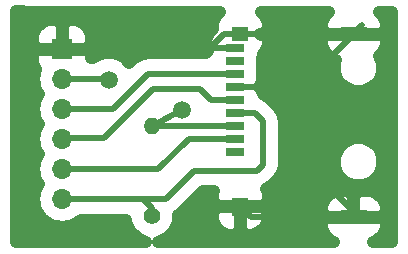
<source format=gbr>
G04 #@! TF.FileFunction,Copper,L2,Bot,Signal*
%FSLAX46Y46*%
G04 Gerber Fmt 4.6, Leading zero omitted, Abs format (unit mm)*
G04 Created by KiCad (PCBNEW 4.0.7) date Thu Feb 22 23:31:33 2018*
%MOMM*%
%LPD*%
G01*
G04 APERTURE LIST*
%ADD10C,0.020000*%
%ADD11R,1.700000X1.700000*%
%ADD12O,1.700000X1.700000*%
%ADD13R,2.200000X1.200000*%
%ADD14R,1.400000X1.600000*%
%ADD15R,1.400000X1.200000*%
%ADD16R,1.600000X0.700000*%
%ADD17C,1.400000*%
%ADD18O,1.400000X1.400000*%
%ADD19C,1.500000*%
%ADD20C,0.500000*%
%ADD21C,1.000000*%
G04 APERTURE END LIST*
D10*
D11*
X84010500Y-66484500D03*
D12*
X84010500Y-69024500D03*
X84010500Y-71564500D03*
X84010500Y-74104500D03*
X84010500Y-76644500D03*
X84010500Y-79184500D03*
D13*
X108693000Y-80711500D03*
X108693000Y-65211500D03*
D14*
X99093000Y-79811500D03*
D15*
X99093000Y-65211500D03*
D16*
X98593000Y-66361500D03*
X98593000Y-68561500D03*
X98593000Y-67461500D03*
X98593000Y-69661500D03*
X98593000Y-70761500D03*
X98593000Y-71861500D03*
X98593000Y-75161500D03*
X98593000Y-74061500D03*
X98593000Y-72961500D03*
D17*
X91630500Y-80645000D03*
D18*
X91630500Y-73025000D03*
D19*
X87947500Y-69088000D03*
X94107000Y-71628000D03*
D20*
X98593000Y-69661500D02*
X106487500Y-69661500D01*
X106487500Y-69661500D02*
X106553000Y-69596000D01*
X108693000Y-80711500D02*
X108693000Y-80308500D01*
X108693000Y-80308500D02*
X106553000Y-78168500D01*
X106553000Y-67351500D02*
X108693000Y-65211500D01*
X106553000Y-78168500D02*
X106553000Y-69596000D01*
X106553000Y-69596000D02*
X106553000Y-67351500D01*
X108693000Y-80711500D02*
X99993000Y-80711500D01*
X99993000Y-80711500D02*
X99093000Y-79811500D01*
X99093000Y-65211500D02*
X108651500Y-65211500D01*
X108651500Y-65211500D02*
X109410500Y-64452500D01*
X99093000Y-65211500D02*
X97666000Y-65211500D01*
X97666000Y-65211500D02*
X96774000Y-66103500D01*
X98593000Y-66361500D02*
X84133500Y-66361500D01*
X84133500Y-66361500D02*
X84010500Y-66484500D01*
X91630500Y-73025000D02*
X98529500Y-73025000D01*
X98529500Y-73025000D02*
X98593000Y-72961500D01*
X91630500Y-73025000D02*
X94107000Y-71628000D01*
X87884000Y-69024500D02*
X84010500Y-69024500D01*
X87947500Y-69088000D02*
X87884000Y-69024500D01*
X98593000Y-68561500D02*
X91268000Y-68561500D01*
X88265000Y-71564500D02*
X84010500Y-71564500D01*
X91268000Y-68561500D02*
X88265000Y-71564500D01*
X98593000Y-70761500D02*
X96606000Y-70761500D01*
X87503000Y-74041000D02*
X84074000Y-74041000D01*
X91694000Y-69850000D02*
X87503000Y-74041000D01*
X95694500Y-69850000D02*
X91694000Y-69850000D01*
X96606000Y-70761500D02*
X95694500Y-69850000D01*
X84074000Y-74041000D02*
X84010500Y-74104500D01*
X98593000Y-74061500D02*
X94721500Y-74061500D01*
X92138500Y-76644500D02*
X84010500Y-76644500D01*
X94721500Y-74061500D02*
X92138500Y-76644500D01*
X90868500Y-79184500D02*
X92773500Y-79184500D01*
X100309500Y-71861500D02*
X98593000Y-71861500D01*
X101028500Y-72580500D02*
X100309500Y-71861500D01*
X101028500Y-76263500D02*
X101028500Y-72580500D01*
X100520500Y-76771500D02*
X101028500Y-76263500D01*
X95186500Y-76771500D02*
X100520500Y-76771500D01*
X92773500Y-79184500D02*
X95186500Y-76771500D01*
X84010500Y-79184500D02*
X90868500Y-79184500D01*
X90868500Y-79184500D02*
X91630500Y-79946500D01*
X91630500Y-79946500D02*
X91630500Y-80645000D01*
D21*
G36*
X106236586Y-63705173D02*
X105993000Y-64293240D01*
X105993000Y-64761500D01*
X106393000Y-65161500D01*
X108643000Y-65161500D01*
X108643000Y-65141500D01*
X108743000Y-65141500D01*
X108743000Y-65161500D01*
X110993000Y-65161500D01*
X111393000Y-64761500D01*
X111393000Y-64293240D01*
X111149414Y-63705173D01*
X110804742Y-63360500D01*
X111963000Y-63360500D01*
X111963000Y-82816500D01*
X110340611Y-82816500D01*
X110699327Y-82667915D01*
X111149414Y-82217827D01*
X111393000Y-81629760D01*
X111393000Y-81161500D01*
X110993000Y-80761500D01*
X108743000Y-80761500D01*
X108743000Y-80781500D01*
X108643000Y-80781500D01*
X108643000Y-80761500D01*
X106393000Y-80761500D01*
X105993000Y-81161500D01*
X105993000Y-81629760D01*
X106236586Y-82217827D01*
X106686673Y-82667915D01*
X107045389Y-82816500D01*
X92136084Y-82816500D01*
X92875072Y-82511157D01*
X93494482Y-81892827D01*
X93830118Y-81084527D01*
X93830591Y-80542440D01*
X94010937Y-80421937D01*
X94171374Y-80261500D01*
X96793000Y-80261500D01*
X96793000Y-80929760D01*
X97036586Y-81517827D01*
X97486673Y-81967915D01*
X98074740Y-82211500D01*
X98643000Y-82211500D01*
X99043000Y-81811500D01*
X99043000Y-79861500D01*
X99143000Y-79861500D01*
X99143000Y-81811500D01*
X99543000Y-82211500D01*
X100111260Y-82211500D01*
X100699327Y-81967915D01*
X101149414Y-81517827D01*
X101393000Y-80929760D01*
X101393000Y-80261500D01*
X100993000Y-79861500D01*
X99143000Y-79861500D01*
X99043000Y-79861500D01*
X97193000Y-79861500D01*
X96793000Y-80261500D01*
X94171374Y-80261500D01*
X94639634Y-79793240D01*
X105993000Y-79793240D01*
X105993000Y-80261500D01*
X106393000Y-80661500D01*
X108643000Y-80661500D01*
X108643000Y-78911500D01*
X108743000Y-78911500D01*
X108743000Y-80661500D01*
X110993000Y-80661500D01*
X111393000Y-80261500D01*
X111393000Y-79793240D01*
X111149414Y-79205173D01*
X110699327Y-78755085D01*
X110111260Y-78511500D01*
X109143000Y-78511500D01*
X108743000Y-78911500D01*
X108643000Y-78911500D01*
X108243000Y-78511500D01*
X107274740Y-78511500D01*
X106686673Y-78755085D01*
X106236586Y-79205173D01*
X105993000Y-79793240D01*
X94639634Y-79793240D01*
X95911374Y-78521500D01*
X96864137Y-78521500D01*
X96793000Y-78693240D01*
X96793000Y-79361500D01*
X97193000Y-79761500D01*
X99043000Y-79761500D01*
X99043000Y-79741500D01*
X99143000Y-79741500D01*
X99143000Y-79761500D01*
X100993000Y-79761500D01*
X101393000Y-79361500D01*
X101393000Y-78693240D01*
X101250104Y-78348260D01*
X101757937Y-78008937D01*
X102265937Y-77500937D01*
X102645289Y-76933196D01*
X102749840Y-76407579D01*
X107092654Y-76407579D01*
X107396494Y-77142929D01*
X107958612Y-77706029D01*
X108693430Y-78011152D01*
X109489079Y-78011846D01*
X110224429Y-77708006D01*
X110787529Y-77145888D01*
X111092652Y-76411070D01*
X111093346Y-75615421D01*
X110789506Y-74880071D01*
X110227388Y-74316971D01*
X109492570Y-74011848D01*
X108696921Y-74011154D01*
X107961571Y-74314994D01*
X107398471Y-74877112D01*
X107093348Y-75611930D01*
X107092654Y-76407579D01*
X102749840Y-76407579D01*
X102778500Y-76263500D01*
X102778500Y-72580505D01*
X102778501Y-72580500D01*
X102645289Y-71910804D01*
X102265937Y-71343063D01*
X101546937Y-70624063D01*
X100993000Y-70253935D01*
X100993000Y-70111500D01*
X100836488Y-69954988D01*
X100817793Y-69855633D01*
X100694387Y-69663855D01*
X100801892Y-69506517D01*
X100828277Y-69376223D01*
X100993000Y-69211500D01*
X100993000Y-68993240D01*
X100922386Y-68822763D01*
X100922386Y-68211500D01*
X100883372Y-68004157D01*
X100922386Y-67811500D01*
X100922386Y-67200237D01*
X100993000Y-67029760D01*
X100993000Y-66874241D01*
X101149414Y-66717827D01*
X101393000Y-66129760D01*
X101393000Y-65661500D01*
X105993000Y-65661500D01*
X105993000Y-66129760D01*
X106236586Y-66717827D01*
X106686673Y-67167915D01*
X107198066Y-67379741D01*
X107093348Y-67631930D01*
X107092654Y-68427579D01*
X107396494Y-69162929D01*
X107958612Y-69726029D01*
X108693430Y-70031152D01*
X109489079Y-70031846D01*
X110224429Y-69728006D01*
X110787529Y-69165888D01*
X111092652Y-68431070D01*
X111093346Y-67635421D01*
X110841452Y-67025790D01*
X111149414Y-66717827D01*
X111393000Y-66129760D01*
X111393000Y-65661500D01*
X110993000Y-65261500D01*
X108743000Y-65261500D01*
X108743000Y-65281500D01*
X108643000Y-65281500D01*
X108643000Y-65261500D01*
X106393000Y-65261500D01*
X105993000Y-65661500D01*
X101393000Y-65661500D01*
X100993000Y-65261500D01*
X100814167Y-65261500D01*
X100772745Y-65161500D01*
X100993000Y-65161500D01*
X101393000Y-64761500D01*
X101393000Y-64293240D01*
X101149414Y-63705173D01*
X100804742Y-63360500D01*
X106581258Y-63360500D01*
X106236586Y-63705173D01*
X106236586Y-63705173D01*
G37*
X106236586Y-63705173D02*
X105993000Y-64293240D01*
X105993000Y-64761500D01*
X106393000Y-65161500D01*
X108643000Y-65161500D01*
X108643000Y-65141500D01*
X108743000Y-65141500D01*
X108743000Y-65161500D01*
X110993000Y-65161500D01*
X111393000Y-64761500D01*
X111393000Y-64293240D01*
X111149414Y-63705173D01*
X110804742Y-63360500D01*
X111963000Y-63360500D01*
X111963000Y-82816500D01*
X110340611Y-82816500D01*
X110699327Y-82667915D01*
X111149414Y-82217827D01*
X111393000Y-81629760D01*
X111393000Y-81161500D01*
X110993000Y-80761500D01*
X108743000Y-80761500D01*
X108743000Y-80781500D01*
X108643000Y-80781500D01*
X108643000Y-80761500D01*
X106393000Y-80761500D01*
X105993000Y-81161500D01*
X105993000Y-81629760D01*
X106236586Y-82217827D01*
X106686673Y-82667915D01*
X107045389Y-82816500D01*
X92136084Y-82816500D01*
X92875072Y-82511157D01*
X93494482Y-81892827D01*
X93830118Y-81084527D01*
X93830591Y-80542440D01*
X94010937Y-80421937D01*
X94171374Y-80261500D01*
X96793000Y-80261500D01*
X96793000Y-80929760D01*
X97036586Y-81517827D01*
X97486673Y-81967915D01*
X98074740Y-82211500D01*
X98643000Y-82211500D01*
X99043000Y-81811500D01*
X99043000Y-79861500D01*
X99143000Y-79861500D01*
X99143000Y-81811500D01*
X99543000Y-82211500D01*
X100111260Y-82211500D01*
X100699327Y-81967915D01*
X101149414Y-81517827D01*
X101393000Y-80929760D01*
X101393000Y-80261500D01*
X100993000Y-79861500D01*
X99143000Y-79861500D01*
X99043000Y-79861500D01*
X97193000Y-79861500D01*
X96793000Y-80261500D01*
X94171374Y-80261500D01*
X94639634Y-79793240D01*
X105993000Y-79793240D01*
X105993000Y-80261500D01*
X106393000Y-80661500D01*
X108643000Y-80661500D01*
X108643000Y-78911500D01*
X108743000Y-78911500D01*
X108743000Y-80661500D01*
X110993000Y-80661500D01*
X111393000Y-80261500D01*
X111393000Y-79793240D01*
X111149414Y-79205173D01*
X110699327Y-78755085D01*
X110111260Y-78511500D01*
X109143000Y-78511500D01*
X108743000Y-78911500D01*
X108643000Y-78911500D01*
X108243000Y-78511500D01*
X107274740Y-78511500D01*
X106686673Y-78755085D01*
X106236586Y-79205173D01*
X105993000Y-79793240D01*
X94639634Y-79793240D01*
X95911374Y-78521500D01*
X96864137Y-78521500D01*
X96793000Y-78693240D01*
X96793000Y-79361500D01*
X97193000Y-79761500D01*
X99043000Y-79761500D01*
X99043000Y-79741500D01*
X99143000Y-79741500D01*
X99143000Y-79761500D01*
X100993000Y-79761500D01*
X101393000Y-79361500D01*
X101393000Y-78693240D01*
X101250104Y-78348260D01*
X101757937Y-78008937D01*
X102265937Y-77500937D01*
X102645289Y-76933196D01*
X102749840Y-76407579D01*
X107092654Y-76407579D01*
X107396494Y-77142929D01*
X107958612Y-77706029D01*
X108693430Y-78011152D01*
X109489079Y-78011846D01*
X110224429Y-77708006D01*
X110787529Y-77145888D01*
X111092652Y-76411070D01*
X111093346Y-75615421D01*
X110789506Y-74880071D01*
X110227388Y-74316971D01*
X109492570Y-74011848D01*
X108696921Y-74011154D01*
X107961571Y-74314994D01*
X107398471Y-74877112D01*
X107093348Y-75611930D01*
X107092654Y-76407579D01*
X102749840Y-76407579D01*
X102778500Y-76263500D01*
X102778500Y-72580505D01*
X102778501Y-72580500D01*
X102645289Y-71910804D01*
X102265937Y-71343063D01*
X101546937Y-70624063D01*
X100993000Y-70253935D01*
X100993000Y-70111500D01*
X100836488Y-69954988D01*
X100817793Y-69855633D01*
X100694387Y-69663855D01*
X100801892Y-69506517D01*
X100828277Y-69376223D01*
X100993000Y-69211500D01*
X100993000Y-68993240D01*
X100922386Y-68822763D01*
X100922386Y-68211500D01*
X100883372Y-68004157D01*
X100922386Y-67811500D01*
X100922386Y-67200237D01*
X100993000Y-67029760D01*
X100993000Y-66874241D01*
X101149414Y-66717827D01*
X101393000Y-66129760D01*
X101393000Y-65661500D01*
X105993000Y-65661500D01*
X105993000Y-66129760D01*
X106236586Y-66717827D01*
X106686673Y-67167915D01*
X107198066Y-67379741D01*
X107093348Y-67631930D01*
X107092654Y-68427579D01*
X107396494Y-69162929D01*
X107958612Y-69726029D01*
X108693430Y-70031152D01*
X109489079Y-70031846D01*
X110224429Y-69728006D01*
X110787529Y-69165888D01*
X111092652Y-68431070D01*
X111093346Y-67635421D01*
X110841452Y-67025790D01*
X111149414Y-66717827D01*
X111393000Y-66129760D01*
X111393000Y-65661500D01*
X110993000Y-65261500D01*
X108743000Y-65261500D01*
X108743000Y-65281500D01*
X108643000Y-65281500D01*
X108643000Y-65261500D01*
X106393000Y-65261500D01*
X105993000Y-65661500D01*
X101393000Y-65661500D01*
X100993000Y-65261500D01*
X100814167Y-65261500D01*
X100772745Y-65161500D01*
X100993000Y-65161500D01*
X101393000Y-64761500D01*
X101393000Y-64293240D01*
X101149414Y-63705173D01*
X100804742Y-63360500D01*
X106581258Y-63360500D01*
X106236586Y-63705173D01*
G36*
X80899000Y-63360500D02*
X97381258Y-63360500D01*
X97036586Y-63705173D01*
X96793000Y-64293240D01*
X96793000Y-64748758D01*
X96436586Y-65105173D01*
X96193000Y-65693240D01*
X96193000Y-65911500D01*
X96552108Y-66270608D01*
X96384108Y-66516483D01*
X96357723Y-66646777D01*
X96193000Y-66811500D01*
X91268000Y-66811500D01*
X90598304Y-66944711D01*
X90030563Y-67324063D01*
X89697915Y-67656711D01*
X89223687Y-67181655D01*
X88397016Y-66838392D01*
X87501911Y-66837610D01*
X86674642Y-67179431D01*
X86579407Y-67274500D01*
X86460500Y-67274500D01*
X86460500Y-66934500D01*
X86060500Y-66534500D01*
X84060500Y-66534500D01*
X84060500Y-66554500D01*
X83960500Y-66554500D01*
X83960500Y-66534500D01*
X81960500Y-66534500D01*
X81560500Y-66934500D01*
X81560500Y-67652760D01*
X81781290Y-68185794D01*
X81614461Y-69024500D01*
X81793344Y-69923806D01*
X82041034Y-70294500D01*
X81793344Y-70665194D01*
X81614461Y-71564500D01*
X81793344Y-72463806D01*
X82041034Y-72834500D01*
X81793344Y-73205194D01*
X81614461Y-74104500D01*
X81793344Y-75003806D01*
X82041034Y-75374500D01*
X81793344Y-75745194D01*
X81614461Y-76644500D01*
X81793344Y-77543806D01*
X82041034Y-77914500D01*
X81793344Y-78285194D01*
X81614461Y-79184500D01*
X81793344Y-80083806D01*
X82302760Y-80846201D01*
X83065155Y-81355617D01*
X83964461Y-81534500D01*
X84056539Y-81534500D01*
X84955845Y-81355617D01*
X85586091Y-80934500D01*
X89430246Y-80934500D01*
X89430119Y-81080687D01*
X89764343Y-81889572D01*
X90382673Y-82508982D01*
X91123257Y-82816500D01*
X80061000Y-82816500D01*
X80061000Y-65316240D01*
X81560500Y-65316240D01*
X81560500Y-66034500D01*
X81960500Y-66434500D01*
X83960500Y-66434500D01*
X83960500Y-64434500D01*
X84060500Y-64434500D01*
X84060500Y-66434500D01*
X86060500Y-66434500D01*
X86460500Y-66034500D01*
X86460500Y-65316240D01*
X86216915Y-64728173D01*
X85766827Y-64278086D01*
X85178760Y-64034500D01*
X84460500Y-64034500D01*
X84060500Y-64434500D01*
X83960500Y-64434500D01*
X83560500Y-64034500D01*
X82842240Y-64034500D01*
X82254173Y-64278086D01*
X81804085Y-64728173D01*
X81560500Y-65316240D01*
X80061000Y-65316240D01*
X80061000Y-63297000D01*
X80579765Y-63297000D01*
X80899000Y-63360500D01*
X80899000Y-63360500D01*
G37*
X80899000Y-63360500D02*
X97381258Y-63360500D01*
X97036586Y-63705173D01*
X96793000Y-64293240D01*
X96793000Y-64748758D01*
X96436586Y-65105173D01*
X96193000Y-65693240D01*
X96193000Y-65911500D01*
X96552108Y-66270608D01*
X96384108Y-66516483D01*
X96357723Y-66646777D01*
X96193000Y-66811500D01*
X91268000Y-66811500D01*
X90598304Y-66944711D01*
X90030563Y-67324063D01*
X89697915Y-67656711D01*
X89223687Y-67181655D01*
X88397016Y-66838392D01*
X87501911Y-66837610D01*
X86674642Y-67179431D01*
X86579407Y-67274500D01*
X86460500Y-67274500D01*
X86460500Y-66934500D01*
X86060500Y-66534500D01*
X84060500Y-66534500D01*
X84060500Y-66554500D01*
X83960500Y-66554500D01*
X83960500Y-66534500D01*
X81960500Y-66534500D01*
X81560500Y-66934500D01*
X81560500Y-67652760D01*
X81781290Y-68185794D01*
X81614461Y-69024500D01*
X81793344Y-69923806D01*
X82041034Y-70294500D01*
X81793344Y-70665194D01*
X81614461Y-71564500D01*
X81793344Y-72463806D01*
X82041034Y-72834500D01*
X81793344Y-73205194D01*
X81614461Y-74104500D01*
X81793344Y-75003806D01*
X82041034Y-75374500D01*
X81793344Y-75745194D01*
X81614461Y-76644500D01*
X81793344Y-77543806D01*
X82041034Y-77914500D01*
X81793344Y-78285194D01*
X81614461Y-79184500D01*
X81793344Y-80083806D01*
X82302760Y-80846201D01*
X83065155Y-81355617D01*
X83964461Y-81534500D01*
X84056539Y-81534500D01*
X84955845Y-81355617D01*
X85586091Y-80934500D01*
X89430246Y-80934500D01*
X89430119Y-81080687D01*
X89764343Y-81889572D01*
X90382673Y-82508982D01*
X91123257Y-82816500D01*
X80061000Y-82816500D01*
X80061000Y-65316240D01*
X81560500Y-65316240D01*
X81560500Y-66034500D01*
X81960500Y-66434500D01*
X83960500Y-66434500D01*
X83960500Y-64434500D01*
X84060500Y-64434500D01*
X84060500Y-66434500D01*
X86060500Y-66434500D01*
X86460500Y-66034500D01*
X86460500Y-65316240D01*
X86216915Y-64728173D01*
X85766827Y-64278086D01*
X85178760Y-64034500D01*
X84460500Y-64034500D01*
X84060500Y-64434500D01*
X83960500Y-64434500D01*
X83560500Y-64034500D01*
X82842240Y-64034500D01*
X82254173Y-64278086D01*
X81804085Y-64728173D01*
X81560500Y-65316240D01*
X80061000Y-65316240D01*
X80061000Y-63297000D01*
X80579765Y-63297000D01*
X80899000Y-63360500D01*
M02*

</source>
